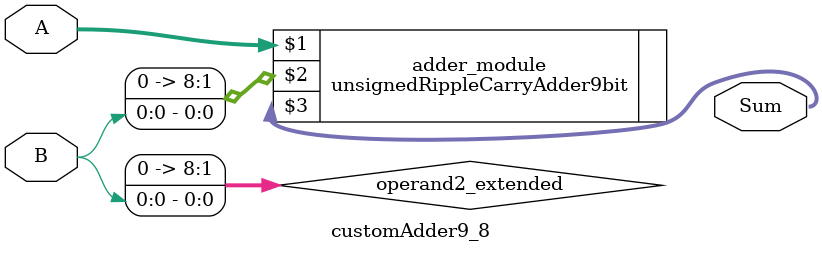
<source format=v>

module customAdder9_8(
                    input [8 : 0] A,
                    input [0 : 0] B,
                    
                    output [9 : 0] Sum
            );

    wire [8 : 0] operand2_extended;
    
    assign operand2_extended =  {8'b0, B};
    
    unsignedRippleCarryAdder9bit adder_module(
        A,
        operand2_extended,
        Sum
    );
    
endmodule
        
</source>
